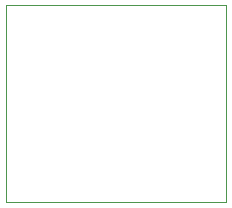
<source format=gm1>
G04 #@! TF.GenerationSoftware,KiCad,Pcbnew,6.0.1*
G04 #@! TF.CreationDate,2022-02-12T22:05:27-08:00*
G04 #@! TF.ProjectId,PMOD-PSRAM,504d4f44-2d50-4535-9241-4d2e6b696361,rev?*
G04 #@! TF.SameCoordinates,Original*
G04 #@! TF.FileFunction,Profile,NP*
%FSLAX46Y46*%
G04 Gerber Fmt 4.6, Leading zero omitted, Abs format (unit mm)*
G04 Created by KiCad (PCBNEW 6.0.1) date 2022-02-12 22:05:27*
%MOMM*%
%LPD*%
G01*
G04 APERTURE LIST*
G04 #@! TA.AperFunction,Profile*
%ADD10C,0.100000*%
G04 #@! TD*
G04 APERTURE END LIST*
D10*
X158125000Y-92000000D02*
X158125000Y-94050000D01*
X141725000Y-90050000D02*
X158125000Y-90050000D01*
X139525000Y-90050000D02*
X141725000Y-90050000D01*
X139525000Y-92400000D02*
X139525000Y-106700000D01*
X139525000Y-106750000D02*
X140225000Y-106750000D01*
X156275000Y-106750000D02*
X157175000Y-106750000D01*
X158125000Y-90050000D02*
X158125000Y-92000000D01*
X140225000Y-106750000D02*
X146375000Y-106750000D01*
X158125000Y-100700000D02*
X158125000Y-103350000D01*
X139525000Y-106700000D02*
X139525000Y-106750000D01*
X146375000Y-106750000D02*
X156275000Y-106750000D01*
X158125000Y-94050000D02*
X158125000Y-98050000D01*
X158125000Y-98050000D02*
X158125000Y-100700000D01*
X158125000Y-106750000D02*
X157175000Y-106750000D01*
X158125000Y-103350000D02*
X158125000Y-106750000D01*
X139525000Y-90050000D02*
X139525000Y-92400000D01*
M02*

</source>
